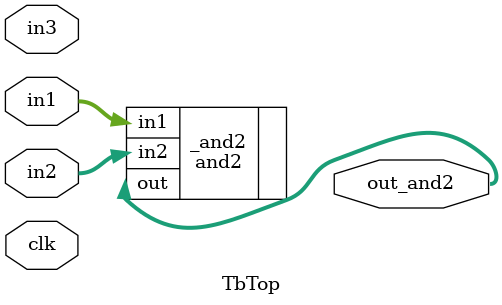
<source format=sv>
/* Verilog TB top module to test simple gates.
 *
 * Copyright Igor Lesik 2020-2023.
 *
 * External Verilator C-TB drives the inputs and checks the outputs.
 */
module TbTop #(localparam WIDTH=64)(
    input  wire             clk,
    input  wire [WIDTH-1:0] in1,
    input  wire [WIDTH-1:0] in2,
    input  wire [WIDTH-1:0] in3,
    //output wire [WIDTH-1:0] out_inv,
    output wire [WIDTH-1:0] out_and2
    //output wire [WIDTH-1:0] out_nand2,
    //output wire [WIDTH-1:0] out_mux2
);

    //INV #(WIDTH) _inv (.in (in1), .out(out_inv));
    and2#(WIDTH) _and2(.in1(in1), .in2(in2), .out(out_and2));
    //NAND2#(WIDTH) nand2_(.in1(in1), .in2(in2), .out(out_nand2));
    //MUX2#(WIDTH) mux2_(.in1(in1), .in2(in2), .sel(in3[0]), .out(out_mux2));

endmodule: TbTop

</source>
